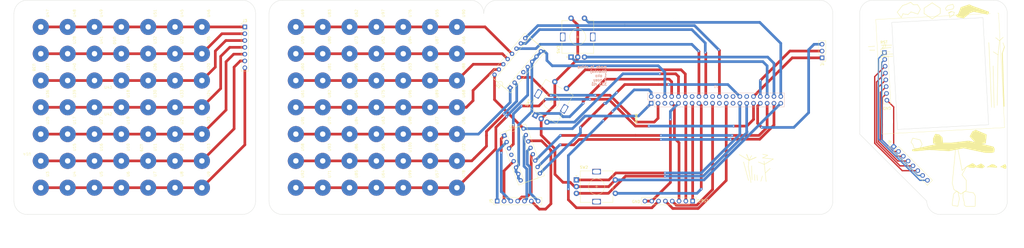
<source format=kicad_pcb>
(kicad_pcb (version 20221018) (generator pcbnew)
  (layers (0 "F.Cu" signal) (31 "B.Cu" signal) (34 "B.Paste" user) (35 "F.Paste" user) (36 "B.SilkS" user "B.Silkscreen") (37 "F.SilkS" user "F.Silkscreen") (38 "B.Mask" user) (39 "F.Mask" user) (44 "Edge.Cuts" user))
  (net 0 "")
  (net 1 "COM1")
  (net 2 "NOK_VCC")
  (net 4 "COM2")
  (net 5 "PNUK_B_GP_A")
  (net 6 "GND_PNUKY_ROT")
  (net 7 "PNUK_B_GP_B")
  (net 8 "SEL0_A")
  (net 9 "KNOFL_B")
  (net 10 "SEL1_A")
  (net 11 "SEL2_A")
  (net 12 "PNUK_C_GP_A")
  (net 14 "PNUK_C_GP_B")
  (net 15 "NOK_DIN")
  (net 17 "NOK_CE")
  (net 18 "NOK_CLK")
  (net 21 "SEL0_B")
  (net 22 "KNOFL_A")
  (net 23 "SEL1_B")
  (net 25 "SEL2_B")
  (net 26 "PWM_1_OUT")
  (net 27 "PWM_2_OUT")
  (net 28 "KNOFL_C")
  (net 29 "NOK_RST")
  (net 30 "NOK_DC")
  (net 31 "PNUK_A_GP_A")
  (net 32 "PNUK_A_GP_B")
  (net 33 "Net-(J3-Pin_1)")
  (net 34 "Net-(J3-Pin_2)")
  (net 35 "Net-(J3-Pin_3)")
  (net 36 "Net-(J3-Pin_4)")
  (net 37 "Net-(J3-Pin_5)")
  (net 38 "Net-(J3-Pin_6)")
  (net 39 "Net-(J3-Pin_7)")
  (net 40 "Net-(J5-Pin_1)")
  (net 41 "Net-(J5-Pin_2)")
  (net 42 "Net-(J5-Pin_3)")
  (net 43 "Net-(J5-Pin_4)")
  (net 44 "Net-(J5-Pin_5)")
  (net 45 "Net-(J5-Pin_6)")
  (net 46 "Net-(J5-Pin_7)")
  (net 47 "m4")
  (net 48 "m6")
  (net 50 "m5")
  (net 51 "m3")
  (net 52 "m0")
  (net 53 "m1")
  (net 54 "m2")
  (net 56 "Net-(U1-VCC)")
  (net 57 "Net-(U1-GND)")
  (net 59 "NOK_BL")
  (net 62 "Net-(J4-Pin_2)")
  (net 64 "Net-(J6-Pin_8)")
  (net 65 "Net-(J6-Pin_1)")
  (net 66 "Net-(J6-Pin_3)")
  (net 67 "Net-(J6-Pin_4)")
  (net 68 "Net-(J6-Pin_5)")
  (net 69 "Net-(J6-Pin_6)")
  (net 70 "Net-(J6-Pin_7)")
  (net 71 "Net-(J6-Pin_2)")
  (footprint "ass149:1x1_matrix_pin" (layer "F.Cu") (at 67.54 50 90)
    (fp_text reference "U26")
    (fp_text value "~")
  )
  (footprint "ass149:1x1_matrix_pin" (layer "F.Cu") (at 162.54 40 90)
    (fp_text reference "U94")
    (fp_text value "~")
  )
  (footprint "ass149:1x1_matrix_pin" (layer "F.Cu") (at 182.54 70 90)
    (fp_text reference "U56")
    (fp_text value "~")
  )
  (footprint "ass149:1x1_matrix_pin" (layer "F.Cu") (at 37.54 70 90)
    (fp_text reference "U17")
    (fp_text value "~")
  )
  (footprint "MountingHole:MountingHole_2.7mm_M2.5" (layer "F.Cu") (at 280 95)
    (fp_text reference "REF**" hide)
    (fp_text value "MountingHole_2.7mm_M2.5")
  )
  (footprint "MountingHole:MountingHole_2.7mm_M2.5" (layer "F.Cu") (at 185 95)
    (fp_text reference "REF**" hide)
    (fp_text value "MountingHole_2.7mm_M2.5")
  )
  (footprint "ass149:1x1_matrix_pin" (layer "F.Cu") (at 57.54 40 90)
    (fp_text reference "U44")
    (fp_text value "~")
  )
  (footprint "ass149:1x1_matrix_pin" (layer "F.Cu") (at 182.54 30 90)
    (fp_text reference "U90")
    (fp_text value "~")
  )
  (footprint "ass149:1x1_matrix_pin" (layer "F.Cu") (at 77.54 40 90)
    (fp_text reference "U22")
    (fp_text value "~")
  )
  (footprint "ass149:1x1_matrix_pin" (layer "F.Cu") (at 47.54 40 90)
    (fp_text reference "U41")
    (fp_text value "~")
  )
  (footprint "MountingHole:MountingHole_2.7mm_M2.5" (layer "F.Cu") (at 381.201313 63.160314 -177)
    (fp_text reference "REF**" hide)
    (fp_text value "MountingHole_2.7mm_M2.5")
  )
  (footprint "ass149:1x1_matrix_pin" (layer "F.Cu") (at 47.54 70 90)
    (fp_text reference "U27")
    (fp_text value "~")
  )
  (footprint "ass149:1x1_matrix_pin" (layer "F.Cu") (at 162.54 30 90)
    (fp_text reference "U76")
    (fp_text value "~")
  )
  (footprint "ass149:1x1_matrix_pin" (layer "F.Cu") (at 67.54 40 90)
    (fp_text reference "U32")
    (fp_text value "~")
  )
  (footprint "MountingHole:MountingHole_2.7mm_M2.5" (layer "F.Cu") (at 20 25)
    (fp_text reference "REF**" hide)
    (fp_text value "MountingHole_2.7mm_M2.5")
  )
  (footprint "MountingHole:MountingHole_2.7mm_M2.5" (layer "F.Cu") (at 185 25)
    (fp_text reference "REF**" hide)
    (fp_text value "MountingHole_2.7mm_M2.5")
  )
  (footprint "ass149:1x1_matrix_pin" (layer "F.Cu") (at 122.54 80 90)
    (fp_text reference "U58")
    (fp_text value "~")
  )
  (footprint "ass149:1x1_matrix_pin" (layer "F.Cu") (at 37.54 40 90)
    (fp_text reference "U28")
    (fp_text value "~")
  )
  (footprint "ass149:1x1_matrix_pin" (layer "F.Cu") (at 142.54 40 90)
    (fp_text reference "U73")
    (fp_text value "~")
  )
  (footprint "ass149:1x1_matrix_pin" (layer "F.Cu") (at 132.54 90 90)
    (fp_text reference "U71")
    (fp_text value "~")
  )
  (footprint "Connector_PinHeader_2.54mm:PinHeader_1x08_P2.54mm_Vertical" (layer "F.Cu") (at 267.8 95 -90)
    (fp_text reference "J2")
    (fp_text value "Conn_01x08_Pin_nokia")
  )
  (footprint "Rotary_Encoder:RotaryEncoder_Alps_EC11E-Switch_Vertical_H20mm" (layer "F.Cu") (at 222.5 41.25 90)
    (fp_text reference "SW3")
    (fp_text value "RotaryEncoder_Switch")
  )
  (footprint "Module:Raspberry_Pi_Zero_Socketed_THT_FaceDown_MountingHoles" (layer "F.Cu") (at 300.62 58.5 -90)
    (fp_text reference "J1")
    (fp_text value "Raspberry_Pi_2_3")
  )
  (footprint "MountingHole:MountingHole_2.7mm_M2.5" (layer "F.Cu") (at 300 95)
    (fp_text reference "REF**" hide)
    (fp_text value "MountingHole_2.7mm_M2.5")
  )
  (footprint "ass149:1x1_matrix_pin" (layer "F.Cu") (at 87.54 30 90)
    (fp_text reference "U46")
    (fp_text value "~")
  )
  (footprint "ass149:1x1_matrix_pin" (layer "F.Cu") (at 172.54 40 90)
    (fp_text reference "U87")
    (fp_text value "~")
  )
  (footprint "ass149:1x1_matrix_pin" (layer "F.Cu") (at 67.54 30 90)
    (fp_text reference "U51")
    (fp_text value "~")
  )
  (footprint "ass149:1x1_matrix_pin" (layer "F.Cu") (at 132.54 40 90)
    (fp_text reference "U80")
    (fp_text value "~")
  )
  (footprint "ass149:1x1_matrix_pin" (layer "F.Cu") (at 87.54 70 90)
    (fp_text reference "U23")
    (fp_text value "~")
  )
  (footprint "ass149:1x1_matrix_pin" (layer "F.Cu") (at 142.54 70 90)
    (fp_text reference "U84")
    (fp_text value "~")
  )
  (footprint "MountingHole:MountingHole_2.7mm_M2.5" (layer "F.Cu") (at 338.793369 31.636572 3)
    (fp_text reference "REF**" hide)
    (fp_text value "MountingHole_2.7mm_M2.5")
  )
  (footprint "ass149:1x1_matrix_pin" (layer "F.Cu") (at 47.54 30 90)
    (fp_text reference "U49")
    (fp_text value "~")
  )
  (footprint "ass149:1x1_matrix_pin" (layer "F.Cu") (at 162.54 60 90)
    (fp_text reference "U96")
    (fp_text value "~")
  )
  (footprint "ass149:1x1_matrix_pin" (layer "F.Cu") (at 25 77.46 180)
    (fp_text reference "U14")
    (fp_text value "~")
  )
  (footprint "MountingHole:MountingHole_2.7mm_M2.5" (layer "F.Cu") (at 115 95)
    (fp_text reference "REF**" hide)
    (fp_text value "MountingHole_2.7mm_M2.5")
  )
  (footprint "Connector_PinHeader_2.54mm:PinHeader_1x03_P2.54mm_Vertical" (layer "F.Cu") (at 316 41.54 180)
    (fp_text reference "J4")
    (fp_text value "Conn_01x03_Pin")
  )
  (footprint "MountingHole:MountingHole_2.7mm_M2.5" (layer "F.Cu") (at 115 25)
    (fp_text reference "REF**" hide)
    (fp_text value "MountingHole_2.7mm_M2.5")
  )
  (footprint "ass149:1x1_matrix_pin" (layer "F.Cu") (at 122.54 30 90)
    (fp_text reference "U69")
    (fp_text value "~")
  )
  (footprint "ass149:1x1_matrix_pin" (layer "F.Cu") (at 132.54 30 90)
    (fp_text reference "U83")
    (fp_text value "~")
  )
  (footprint "ass149:1x1_matrix_pin" (layer "F.Cu") (at 152.54 30 90)
    (fp_text reference "U97")
    (fp_text value "~")
  )
  (footprint "ass149:1x1_matrix_pin" (layer "F.Cu") (at 87.54 60 90)
    (fp_text reference "U24")
    (fp_text value "~")
  )
  (footprint "Connector_PinHeader_2.54mm:PinHeader_1x07_P2.54mm_Vertical" (layer "F.Cu") (at 195 95 90)
    (fp_text reference "J5")
    (fp_text value "Conn_01x07_Pin")
  )
  (footprint "ass149:1x1_matrix_pin" (layer "F.Cu") (at 77.54 30 90)
    (fp_text reference "U45")
    (fp_text value "~")
  )
  (footprint "ass149:1x1_matrix_pin" (layer "F.Cu") (at 182.54 60 90)
    (fp_text reference "U68")
    (fp_text value "~")
  )
  (footprint "ass149:1x1_matrix_pin" (layer "F.Cu") (at 152.54 90 90)
    (fp_text reference "U64")
    (fp_text value "~")
  )
  (footprint "MountingHole:MountingHole_2.7mm_M2.5" (layer "F.Cu") (at 90 25)
    (fp_text reference "REF**" hide)
    (fp_text value "MountingHole_2.7mm_M2.5")
  )
  (footprint "ass149:1x1_matrix_pin" (layer "F.Cu") (at 67.54 90 90)
    (fp_text reference "U7")
    (fp_text value "~")
  )
  (footprint "MountingHole:MountingHole_2.7mm_M2.5" (layer "F.Cu") (at 90 95)
    (fp_text reference "REF**" hide)
    (fp_text value "MountingHole_2.7mm_M2.5")
  )
  (footprint "ass149:1x1_matrix_pin" (layer "F.Cu") (at 122.54 40 90)
    (fp_text reference "U59")
    (fp_text value "~")
  )
  (footprint "ass149:1x1_matrix_pin" (layer "F.Cu") (at 27.54 50 90)
    (fp_text reference "U37")
    (fp_text value "~")
  )
  (footprint "ass149:1x1_matrix_pin" (layer "F.Cu") (at 87.54 90 90)
    (fp_text reference "U9")
    (fp_text value "~")
  )
  (footprint "PCM_kikit:Board" (layer "F.Cu") (at 129.625 100 180)
    (fp_text reference "B2")
    (fp_text value "Board")
  )
  (footprint "ass149:1x1_matrix_pin" (layer "F.Cu") (at 45 62.54)
    (fp_text reference "U42")
    (fp_text value "~")
  )
  (footprint "ass149:1x1_matrix_pin" (layer "F.Cu") (at 142.54 60 90)
    (fp_text reference "U54")
    (fp_text value "~")
  )
  (footprint "ass149:1x1_matrix_pin" (layer "F.Cu") (at 77.54 50 90)
    (fp_text reference "U34")
    (fp_text value "~")
  )
  (footprint "ass149:1x1_matrix_pin" (layer "F.Cu") (at 27.54 30 90)
    (fp_text reference "U47")
    (fp_text value "~")
  )
  (footprint "ass149:1x1_matrix_pin" (layer "F.Cu") (at 172.54 90 90)
    (fp_text reference "U57")
    (fp_text value "~")
  )
  (footprint "MountingHole:MountingHole_2.7mm_M2.5" (layer "F.Cu") (at 300 25)
    (fp_text reference "REF**" hide)
    (fp_text value "MountingHole_2.7mm_M2.5")
  )
  (footprint "ass149:1x1_matrix_pin" (layer "F.Cu") (at 77.54 90 90)
    (fp_text reference "U8")
    (fp_text value "~")
  )
  (footprint "Connector_PinHeader_2.54mm:PinHeader_1x07_P2.54mm_Vertical" (layer "F.Cu") (at 101 30)
    (fp_text reference "J3")
    (fp_text value "Conn_01x07_Pin")
  )
  (footprint "ass149:1x1_matrix_pin" (layer "F.Cu") (at 67.54 60 90)
    (fp_text reference "U30")
    (fp_text value "~")
  )
  (footprint "ass149:1x1_matrix_pin" (layer "F.Cu") (at 152.54 60 90)
    (fp_text reference "U75")
    (fp_text value "~")
  )
  (footprint "ass149:1x1_matrix_pin" (layer "F.Cu") (at 37.54 80 90)
    (fp_text reference "U15")
    (fp_text value "~")
  )
  (footprint "ass149:1x1_matrix_pin" (layer "F.Cu") (at 37.54 90 90)
    (fp_text reference "U4")
    (fp_text value "~")
  )
  (footprint "ass149:1x1_matrix_pin" (layer "F.Cu") (at 87.54 80 90)
    (fp_text reference "U13")
    (fp_text value "~")
  )
  (footprint "ass149:1x1_matrix_pin" (layer "F.Cu") (at 162.54 80 90)
    (fp_text reference "U100")
    (fp_text value "~")
  )
  (footprint "ass149:1x1_matrix_pin" (layer "F.Cu") (at 152.54 80 90)
    (fp_text reference "U65")
    (fp_text value "~")
  )
  (footprint "Package_DIP:DIP-16_W7.62mm_Socket" (layer "F.Cu") (at 197.656344 70.565904 20)
    (fp_text reference "U2")
    (fp_text value "74HC4051")
  )
  (footprint "Rotary_Encoder:RotaryEncoder_Alps_EC11E-Switch_Vertical_H20mm" (layer "F.Cu") (at 209.209937 63.028684 60)
    (fp_text reference "SW1")
    (fp_text value "RotaryEncoder_Switch")
  )
  (footprint "MountingHole:MountingHole_2.7mm_M2.5" (layer "F.Cu") (at 315 25)
    (fp_text reference "REF**" hide)
    (fp_text value "MountingHole_2.7mm_M2.5")
  )
  (footprint "Rotary_Encoder:RotaryEncoder_Alps_EC11E-Switch_Vertical_H20mm" (layer "F.Cu") (at 224.5 87.1)
    (fp_text reference "SW2")
    (fp_text value "RotaryEncoder_Switch")
  )
  (footprint "ass149:1x1_matrix_pin" (layer "F.Cu") (at 47.54 80 90)
    (fp_text reference "U16")
    (fp_text value "~")
  )
  (footprint "ass149:1x1_matrix_pin" (layer "F.Cu") (at 45 52.54)
    (fp_text reference "U43")
    (fp_text value "~")
  )
  (footprint "ass149:1x1_matrix_pin" (layer "F.Cu") (at 57.54 60 90)
    (fp_text reference "U18")
    (fp_text value "~")
  )
  (footprint "ass149:1x1_matrix_pin" (layer "F.Cu") (at 62.46 70 -90)
    (fp_text reference "U29")
    (fp_text value "~")
  )
  (footprint "ass149:1x1_matrix_pin" (layer "F.Cu") (at 27.54 90 90)
    (fp_text reference "U3")
    (fp_text value "~")
  )
  (footprint "ass149:1x1_matrix_pin" (layer "F.Cu") (at 172.54 60 90)
    (fp_text reference "U89")
    (fp_text value "~")
  )
  (footprint "MountingHole:MountingHole_2.7mm_M2.5" (layer "F.Cu") (at 315 95)
    (fp_text reference "REF**" hide)
    (fp_text value "MountingHole_2.7mm_M2.5")
  )
  (footprint "ass149:1x1_matrix_pin" (layer "F.Cu") (at 57.54 70 90)
    (fp_text reference "U19")
    (fp_text value "~")
  )
  (footprint "ass149:1x1_matrix_pin" (layer "F.Cu") (at 182.54 90 90)
    (fp_text reference "U78")
    (fp_text value "~")
  )
  (footprint "MountingHole:MountingHole_2.7mm_M2.5" (layer "F.Cu") (at 315 60)
    (fp_text reference "REF**" hide)
    (fp_text value "MountingHole_2.7mm_M2.5")
  )
  (footprint "ass149:1x1_matrix_pin" (layer "F.Cu") (at 152.54 40 90)
    (fp_text reference "U52")
    (fp_text value "~")
  )
  (footprint "PCM_kikit:Board" (layer "F.Cu") (at 86.5 100 180)
    (fp_text reference "B1")
    (fp_text value "Board")
  )
  (footprint "ass149:1x1_matrix_pin" (layer "F.Cu") (at 132.54 70 90)
    (fp_text reference "U70")
    (fp_text value "~")
  )
  (footprint "Connector_PinHeader_2.54mm:PinHeader_1x08_P2.54mm_Vertical" (layer "F.Cu") (at 339.210748 39.600643 3)
    (fp_text reference "J7")
    (fp_text value "Conn_01x08_Pin_nokia_balkon_blizko")
  )
  (footprint "ass149:1x1_matrix_pin" (layer "F.Cu") (at 142.54 50 90)
    (fp_text reference "U95")
    (fp_text value "~")
  )
  (footprint "ass149:1x1_matrix_pin" (layer "F.Cu") (at 172.54 30 90)
    (fp_text reference "U55")
    (fp_text value "~")
  )
  (footprint "Connector_PinHeader_2.54mm:PinHeader_1x08_P2.54mm_Vertical" (layer "F.Cu") (at 342.665795 74.665795 45)
    (fp_text reference "J6")
    (fp_text value "Conn_01x08_Pin_nokia_balkon")
  )
  (footprint "ass149:1x1_matrix_pin" (layer "F.Cu") (at 27.54 70 90)
    (fp_text reference "U25")
    (fp_text value "~")
  )
  (footprint "ass149:1x1_matrix_pin" (layer "F.Cu") (at 182.54 50 90)
    (fp_text reference "U88")
    (fp_text value "~")
  )
  (footprint "ass149:1x1_matrix_pin" (layer "F.Cu") (at 122.54 50 90)
    (fp_text reference "U60")
    (fp_text value "~")
  )
  (footprint "MountingHole:MountingHole_2.7mm_M2.5" (layer "F.Cu") (at 380 95)
    (fp_text reference "REF**" hide)
    (fp_text value "MountingHole_2.7mm_M2.5")
  )
  (footprint "ass149:1x1_matrix_pin" (layer "F.Cu") (at 27.54 60 90)
    (fp_text reference "U36")
    (fp_text value "~")
  )
  (footprint "ass149:1x1_matrix_pin" (layer "F.Cu") (at 172.54 70 90)
    (fp_text reference "U77")
    (fp_text value "~")
  )
  (footprint "ass149:1x1_matrix_pin" (layer "F.Cu") (at 132.54 80 90)
    (fp_text reference "U93")
    (fp_text value "~")
  )
  (footprint "ass149:1x1_matrix_pin" (layer "F.Cu") (at 37.54 60 90)
    (fp_text reference "U39")
    (fp_text value "~")
  )
  (footprint "ass149:1x1_matrix_pin" (layer "F.Cu") (at 132.54 50 90)
    (fp_text reference "U81")
    (fp_text value "~")
  )
  (footprint "ass149:1x1_matrix_pin" (layer "F.Cu") (at 87.54 40 90)
    (fp_text reference "U35")
    (fp_text value "~")
  )
  (footprint "PCM_kikit:Board" (layer "F.Cu") (at 368 100 180)
    (fp_text reference "B3")
    (fp_text value "Board")
  )
  (footprint "ass149:1x1_matrix_pin" (layer "F.Cu") (at 122.54 70 90)
    (fp_text reference "U91")
    (fp_text value "~")
  )
  (footprint "ass149:1x1_matrix_pin" (layer "F.Cu") (at 87.54 50 90)
    (fp_text reference "U20")
    (fp_text value "~")
  )
  (footprint "ass149:1x1_matrix_pin" (layer "F.Cu") (at 122.54 90 90)
    (fp_text reference "U92")
    (fp_text value "~")
  )
  (footprint "ass149:1x1_matrix_pin" (layer "F.Cu") (at 37.54 30 90)
    (fp_text reference "U48")
    (fp_text value "~")
  )
  (footprint "ass149:1x1_matrix_pin" (layer "F.Cu") (at 142.54 90 90)
    (fp_text reference "U85")
    (fp_text value "~")
  )
  (footprint "ass149:1x1_matrix_pin" (layer "F.Cu") (at 47.54 90 90)
    (fp_text reference "U5")
    (fp_text value "~")
  )
  (footprint "ass149:1x1_matrix_pin" (layer "F.Cu") (at 162.54 70 90)
    (fp_text reference "U98")
    (fp_text value "~")
  )
  (footprint "ass149:1x1_matrix_pin" (layer "F.Cu") (at 22.46 40 -90)
    (fp_text reference "U38")
    (fp_text value "~")
  )
  (footprint "ass149:1x1_matrix_pin" (layer "F.Cu") (at 182.54 40 90)
    (fp_text reference "U66")
    (fp_text value "~")
  )
  (footprint "MountingHole:MountingHole_2.7mm_M2.5" (layer "F.Cu") (at 260 25)
    (fp_text reference "REF**" hide)
    (fp_text value "MountingHole_2.7mm_M2.5")
  )
  (footprint "ass149:1x1_matrix_pin" (layer "F.Cu") (at 142.54 30 90)
    (fp_text reference "U62")
    (fp_text value "~")
  )
  (footprint "Package_DIP:DIP-16_W7.62mm_Socket" (layer "F.Cu") (at 199.836597 52.728764 140)
    (fp_text reference "U1")
    (fp_text value "74HC4051")
  )
  (footprint "ass149:1x1_matrix_pin" (layer "F.Cu") (at 122.54 60 90)
    (fp_text reference "U61")
    (fp_text value "~")
  )
  (footprint "ass149:1x1_matrix_pin" (layer "F.Cu") (at 37.54 50 90)
    (fp_text reference "U40")
    (fp_text value "~")
  )
  (footprint "ass149:1x1_matrix_pin" (layer "F.Cu") (at 77.54 70 90)
    (fp_text reference "U21")
    (fp_text value "~")
  )
  (footprint "ass149:1x1_matrix_pin" (layer "F.Cu") (at 152.54 50 90)
    (fp_text reference "U74")
    (fp_text value "~")
  )
  (footprint "MountingHole:MountingHole_2.7mm_M2.5" (layer "F.Cu") (at 340 25)
    (fp_text reference "REF**" hide)
    (fp_text value "MountingHole_2.7mm_M2.5")
  )
  (footprint "MountingHole:MountingHole_2.7mm_M2.5" (layer "F.Cu") (at 20 95)
    (fp_text reference "REF**" hide)
    (fp_text value "MountingHole_2.7mm_M2.5")
  )
  (footprint "ass149:1x1_matrix_pin" (layer "F.Cu") (at 57.54 90 90)
    (fp_text reference "U6")
    (fp_text value "~")
  )
  (footprint "ass149:1x1_matrix_pin" (layer "F.Cu") (at 77.54 60 90)
    (fp_text reference "U33")
    (fp_text value "~")
  )
  (footprint "ass149:1x1_matrix_pin" (layer "F.Cu") (at 142.54 80 90)
    (fp_text reference "U86")
    (fp_text value "~")
  )
  (footprint "ass149:1x1_matrix_pin" (layer "F.Cu") (at 172.54 50 90)
    (fp_text reference "U67")
    (fp_text value "~")
  )
  (footprint "ass149:1x1_matrix_pin" (layer "F.Cu") (at 172.54 80 90)
    (fp_text reference "U79")
    (fp_text value "~")
  )
  (footprint "ass149:1x1_matrix_pin" (layer "F.Cu") (at 57.54 80 90)
    (fp_text reference "U10")
    (fp_text value "~")
  )
  (footprint "ass149:1x1_matrix_pin" (layer "F.Cu") (at 152.54 70 90)
    (fp_text reference "U63")
    (fp_text value "~")
  )
  (footprint "ass149:1x1_matrix_pin" (layer "F.Cu") (at 132.54 60 90)
    (fp_text reference "U82")
    (fp_text value "~")
  )
  (footprint "ass149:1x1_matrix_pin" (layer "F.Cu") (at 182.54 80 90)
    (fp_text reference "U72")
    (fp_text value "~")
  )
  (footprint "ass149:1x1_matrix_pin" (layer "F.Cu") (at 162.54 90 90)
    (fp_text reference "U99")
    (fp_text value "~")
  )
  (footprint "MountingHole:MountingHole_2.7mm_M2.5" (layer "F.Cu") (at 380 25)
    (fp_text reference "REF**" hide)
    (fp_text value "MountingHole_2.7mm_M2.5")
  )
  (footprint "ass149:1x1_matrix_pin" (layer "F.Cu") (at 57.54 50 90)
    (fp_text reference "U31")
    (fp_text value "~")
  )
  (footprint "ass149:1x1_matrix_pin" (layer "F.Cu") (at 162.54 50 90)
    (fp_text reference "U53")
    (fp_text value "~")
  )
  (footprint "MountingHole:MountingHole_2.7mm_M2.5" (layer "F.Cu") (at 360 95)
    (fp_text reference "REF**" hide)
    (fp_text value "MountingHole_2.7mm_M2.5")
  )
  (footprint "ass149:1x1_matrix_pin" (layer "F.Cu") (at 52.46 30 -90)
    (fp_text reference "U50")
    (fp_text value "~")
  )
  (footprint "ass149:1x1_matrix_pin" (layer "F.Cu") (at 67.54 80 90)
    (fp_text reference "U11")
    (fp_text value "~")
  )
  (footprint "ass149:1x1_matrix_pin" (layer "F.Cu") (at 77.54 80 90)
    (fp_text reference "U12")
    (fp_text value "~")
  )
  (footprint "MountingHole:MountingHole_2.7mm_M2.5" (layer "B.Cu") (at 340.55709 65.290388 3)
    (fp_text reference "REF**" hide)
    (fp_text value "MountingHole_2.7mm_M2.5")
  )
  (footprint "MountingHole:MountingHole_2.7mm_M2.5" (layer "B.Cu") (at 379.437591 29.506499 -177)
    (fp_text reference "REF**" hide)
    (fp_text value "MountingHole_2.7mm_M2.5")
  )
  (gr_line (start 364.78 23.27) (end 362.26 23.83) (stroke (width 0.15)) (layer "F.SilkS"))
  (gr_line (start 344 24.5) (end 346 22) (stroke (width 0.15)) (layer "F.SilkS"))
  (gr_poly (pts (xy 336.008735 27.226265) (xy 381.745968 24.829278) (xy 383.985946 67.570622) (xy 338.248714 69.967609)) (stroke (width 0.1)) (fill none) (layer "F.SilkS"))
  (gr_line (start 294.495 81.315) (end 297.845 79.305) (stroke (width 0.15)) (layer "F.SilkS"))
  (gr_line (start 383.77 59.61) (end 383.13 39.84) (stroke (width 0.35)) (layer "F.SilkS"))
  (gr_line (start 294.83 84.52) (end 296.68 82.79) (stroke (width 0.15)) (layer "F.SilkS"))
  (gr_line (start 346.1 25.1) (end 345.5 26.5) (stroke (width 0.15)) (layer "F.SilkS"))
  (gr_line (start 291.425 78.635) (end 288.795 79.805) (stroke (width 0.15)) (layer "F.SilkS"))
  (gr_line (start 338.13 41.14) (end 342.37 40.94) (stroke (width 0.15)) (layer "F.SilkS"))
  (gr_line (start 381.54 40.39) (end 382.09 35.13) (stroke (width 0.15)) (layer "F.SilkS"))
  (gr_line (start 364.94 25.51) (end 363.55 26.46) (stroke (width 0.15)) (layer "F.SilkS"))
  (gr_line (start 362.82 22.05) (end 364.72 21.54) (stroke (width 0.15)) (layer "F.SilkS"))
  (gr_line (start 382.09 35.13) (end 383.45 33.85) (stroke (width 0.15)) (layer "F.SilkS"))
  (gr_line (start 352.6 23.4) (end 351.7 25.2) (stroke (width 0.15)) (layer "F.SilkS"))
  (gr_line (start 288.515 82.095) (end 288.795 79.805) (stroke (width 0.15)) (layer "F.SilkS"))
  (gr_poly (pts (xy 372.76 72.81) (xy 371.04 70.89) (xy 372.03 69.06) (xy 373.22 68.46) (xy 377.25 70.2) (xy 376.92 73.41) (xy 374.2 73.73)) (stroke (width 0.15)) (fill solid) (layer "F.SilkS"))
  (gr_line (start 383.13 39.84) (end 383.93 37.44) (stroke (width 0.25)) (layer "F.SilkS"))
  (gr_line (start 362.26 23.83) (end 362 23) (stroke (width 0.15)) (layer "F.SilkS"))
  (gr_line (start 365.28 24.56) (end 364.94 25.51) (stroke (width 0.15)) (layer "F.SilkS"))
  (gr_line (start 365.11 22.49) (end 364.78 23.27) (stroke (width 0.15)) (layer "F.SilkS"))
  (gr_line (start 354 25) (end 354 23) (stroke (width 0.15)) (layer "F.SilkS"))
  (gr_line (start 294.495 81.315) (end 292.26 80.42) (stroke (width 0.15)) (layer "F.SilkS"))
  (gr_poly (pts (xy 377.52 82.31) (xy 379.13 81.34) (xy 380.04 81.41) (xy 381.08 82.11) (xy 381.12 82.42) (xy 380.59 82.42) (xy 378.78 82.31) (xy 377.53 82.3) (xy 377.52 82.28) (xy 377.54 82.31) (xy 377.5 82.3)) (stroke (width 0.15)) (fill solid) (layer "F.SilkS"))
  (gr_line (start 348 25.4) (end 346.1 25.1) (stroke (width 0.15)) (layer "F.SilkS"))
  (gr_line (start 338.04 39.31) (end 341.31 39.31) (stroke (width 0.15)) (layer "F.SilkS"))
  (gr_line (start 337.67 40.15) (end 342.41 40.1) (stroke (width 0.15)) (layer "F.SilkS"))
  (gr_line (start 349.1 24.4) (end 348 25.4) (stroke (width 0.15)) (layer "F.SilkS"))
  (gr_line (start 297.845 79.305) (end 293.825 78.905) (stroke (width 0.15)) (layer "F.SilkS"))
  (gr_line (start 360 25) (end 357 27) (stroke (width 0.15)) (layer "F.SilkS"))
  (gr_line (start 291.865 87.335) (end 291.755 85.275) (stroke (width 0.15)) (layer "F.SilkS"))
  (gr_line (start 333.22 37.38) (end 335.62 37.23) (stroke (width 0.15)) (layer "F.SilkS"))
  (gr_line (start 295.775 77.905) (end 293.875 77.515) (stroke (width 0.15)) (layer "F.SilkS"))
  (gr_line (start 363.21 24.73) (end 364.22 24.28) (stroke (width 0.3)) (layer "F.SilkS"))
  (gr_poly (pts (xy 382.5 82.22) (xy 384.17 81.27) (xy 384.56 82.01) (xy 384.49 82.84) (xy 383.75 82.78) (xy 383.37 82.42) (xy 382.48 82.21)) (stroke (width 0.15)) (fill solid) (layer "F.SilkS"))
  (gr_poly (pts (xy 366.86 24.94) (xy 367.73 22.71) (xy 370.83 21.66) (xy 371.91 22.19) (xy 378.16 24.42) (xy 377.74 25.29) (xy 372.37 24.28) (xy 371.04 24.8) (xy 368.74 26.72) (xy 366.3 26.24) (xy 365.98 25.61) (xy 366.68 25.26)) (stroke (width 0.15)) (fill solid) (layer "F.SilkS"))
  (gr_poly (pts (xy 358.82 73.73) (xy 357.39 73.41) (xy 357.39 71.67) (xy 358.19 70) (xy 359.55 70.17) (xy 360.77 71.29) (xy 360.97 73.26) (xy 358.81 73.72)) (stroke (width 0.15)) (fill solid) (layer "F.SilkS"))
  (gr_line (start 364.72 21.54) (end 365.11 22.49) (stroke (width 0.15)) (layer "F.SilkS"))
  (gr_line (start 294.495 81.315) (end 294.36 80.09) (stroke (width 0.15)) (layer "F.SilkS"))
  (gr_line (start 345.5 26.5) (end 344 24.5) (stroke (width 0.15)) (layer "F.SilkS"))
  (gr_line (start 288.795 79.805) (end 285.115 77.625) (stroke (width 0.15)) (layer "F.SilkS"))
  (gr_line (start 360 23) (end 360 25) (stroke (width 0.15)) (layer "F.SilkS"))
  (gr_line (start 287.905 77.515) (end 288.795 79.805) (stroke (width 0.15)) (layer "F.SilkS"))
  (gr_line (start 380.1 60.17) (end 379.7 44.54) (stroke (width 0.15)) (layer "F.SilkS"))
  (gr_line (start 357 27) (end 354 25) (stroke (width 0.15)) (layer "F.SilkS"))
  (gr_poly (pts (xy 366.07 91.28) (xy 364.99 92.36) (xy 364.53 95.61) (xy 364.53 96.62) (xy 366.56 96.93) (xy 367.15 94.14) (xy 366.63 91.53)) (stroke (width 0.15)) (fill none) (layer "F.SilkS"))
  (gr_poly (pts (xy 368.5 91.79) (xy 368.5 93.68) (xy 368.95 95.41) (xy 369.02 96.57) (xy 369.71 97.02) (xy 373.01 96.94) (xy 373.1 93.18) (xy 372.43 91.91) (xy 370.69 91.66) (xy 369.32 91.36)) (stroke (width 0.15)) (fill none) (layer "F.SilkS"))
  (gr_line (start 293.205 87.615) (end 293.765 85.605) (stroke (width 0.15)) (layer "F.SilkS"))
  (gr_line (start 354 23) (end 357 21) (stroke (width 0.15)) (layer "F.SilkS"))
  (gr_line (start 346 22) (end 347.5 21.5) (stroke (width 0.15)) (layer "F.SilkS"))
  (gr_line (start 382.09 35.13) (end 380.66 34.01) (stroke (width 0.15)) (layer "F.SilkS"))
  (gr_poly (pts (xy 349.64 75.77) (xy 360.97 73.26) (xy 364.27 73.26) (xy 370.63 72.53) (xy 379.84 74.77) (xy 380.18 75.49) (xy 380.18 76.05) (xy 380.06 76.67) (xy 379.17 76.94) (xy 376.88 76.94) (xy 368.68 75.21) (xy 363.26 76.27) (xy 355.89 75.83) (xy 350.64 76.33) (xy 350.66 76.35) (xy 349.73 76.28) (xy 349.56 75.93)) (stroke (width 0.15)) (fill solid) (layer "F.SilkS"))
  (gr_line (start 347.5 21.5) (end 349 20.8) (stroke (width 0.15)) (layer "F.SilkS"))
  (gr_line (start 363.55 26.46) (end 363.21 24.73) (stroke (width 0.15)) (layer "F.SilkS"))
  (gr_line (start 288.625 87.335) (end 286.735 80.365) (stroke (width 0.15)) (layer "F.SilkS"))
  (gr_line (start 364.22 24.28) (end 365.28 24.56) (stroke (width 0.15)) (layer "F.SilkS"))
  (gr_line (start 295.165 87.725) (end 294.495 81.315) (stroke (width 0.15)) (layer "F.SilkS"))
  (gr_line (start 381.54 40.39) (end 379.78 39.28) (stroke (width 0.15)) (layer "F.SilkS"))
  (gr_line (start 289.915 87.005) (end 289.745 81.815) (stroke (width 0.15)) (layer "F.SilkS"))
  (gr_line (start 349 20.8) (end 350 21.7) (stroke (width 0.15)) (layer "F.SilkS"))
  (gr_poly (pts (xy 373.09 82.13) (xy 375.18 81.05) (xy 375.99 81.54) (xy 376.54 82.09) (xy 375.71 82.69) (xy 373.93 82.48) (xy 373.02 82.2)) (stroke (width 0.15)) (fill solid) (layer "F.SilkS"))
  (gr_line (start 289.525 88.125) (end 288.515 82.095) (stroke (width 0.15)) (layer "F.SilkS"))
  (gr_poly (pts (xy 369.957621 82.009842) (xy 372.047621 80.929842) (xy 372.857621 81.419842) (xy 373.407621 81.969842) (xy 372.577621 82.569842) (xy 370.797621 82.359842) (xy 369.887621 82.079842)) (stroke (width 0.15)) (fill solid) (layer "F.SilkS"))
  (gr_line (start 383.93 37.44) (end 383.37 35.93) (stroke (width 0.15)) (layer "F.SilkS"))
  (gr_line (start 381.22 59.29) (end 381.54 40.39) (stroke (width 0.15)) (layer "F.SilkS"))
  (gr_line (start 290.975 87.335) (end 290.865 85.055) (stroke (width 0.15)) (layer "F.SilkS"))
  (gr_line (start 351.6 21.7) (end 352.6 23.4) (stroke (width 0.15)) (layer "F.SilkS"))
  (gr_line (start 288.795 79.805) (end 289.745 78.015) (stroke (width 0.15)) (layer "F.SilkS"))
  (gr_line (start 357 21) (end 360 23) (stroke (width 0.15)) (layer "F.SilkS"))
  (gr_poly (pts (xy 352.05 75.49) (xy 350.22 75.18) (xy 349.81 73.85) (xy 349.12 73.06) (xy 349.77 71.51) (xy 352.51 72.14) (xy 353.27 73.78) (xy 352.72 74.91) (xy 352.07 75.44) (xy 352.05 75.48)) (stroke (width 0.15)) (fill none) (layer "F.SilkS"))
  (gr_line (start 351.7 25.2) (end 349.1 24.4) (stroke (width 0.15)) (layer "F.SilkS"))
  (gr_line (start 350 21.7) (end 351.6 21.7) (stroke (width 0.15)) (layer "F.SilkS"))
  (gr_line (start 338.04 36.79) (end 341.95 36.79) (stroke (width 0.15)) (layer "F.SilkS"))
  (gr_line (start 362 23) (end 362.82 22.05) (stroke (width 0.15)) (layer "F.SilkS"))
  (gr_line (start 338.1 38.02) (end 341.72 37.68) (stroke (width 0.15)) (layer "F.SilkS"))
  (gr_line (start 288.795 79.805) (end 291.425 78.635) (stroke (width 0.15)) (layer "F.SilkS"))
  (gr_line (start 379.14 60.01) (end 378.11 35.85) (stroke (width 0.15)) (layer "F.SilkS"))
  (gr_line (start 333.72 38.65) (end 335.67 38.65) (stroke (width 0.15)) (layer "F.SilkS"))
  (gr_poly (pts (xy 365.71 75.68) (xy 364.49 88.3) (xy 365.11 90.67) (xy 367.7 92.36) (xy 369.73 91.01) (xy 369.73 87.29) (xy 368.1 85.14) (xy 369.85 82.1) (xy 368.15 83.56) (xy 366.52 75.17) (xy 365.89 75.38)) (stroke (width 0.15)) (fill none) (layer "F.SilkS"))
  (gr_line (start 293.825 78.905) (end 295.775 77.905) (stroke (width 0.15)) (layer "F.SilkS"))
  (gr_line (start 288.795 79.805) (end 287.905 77.515) (stroke (width 0.15)) (layer "F.SilkS"))
  (gr_line (start 320.000126 25) (end 320 70) (stroke (width 0.1)) (layer "Edge.Cuts"))
  (gr_line (start 330 25) (end 330 70) (stroke (width 0.1)) (layer "Edge.Cuts"))
  (gr_poly (pts (xy 341.973919 28.315564) (xy 375.927324 26.536141) (xy 378.020762 66.481323) (xy 344.067358 68.260745)) (stroke (width 0.1)) (fill none) (layer "Edge.Cuts"))
  (gr_line (start 355 95) (end 330 70) (stroke (width 0.1)) (layer "Edge.Cuts"))
  (gr_line (start 380 100) (end 360 100) (stroke (width 0.1)) (layer "Edge.Cuts"))
  (gr_line (start 335 20) (end 380 20) (stroke (width 0.1)) (layer "Edge.Cuts"))
  (gr_arc (start 385 95) (mid 383.535534 98.535534) (end 380 100) (stroke (width 0.1)) (layer "Edge.Cuts"))
  (gr_line (start 195 20) (end 315.035534 20) (stroke (width 0.1)) (layer "Edge.Cuts"))
  (gr_line (start 20 100) (end 100 100) (stroke (width 0.1)) (layer "Edge.Cuts"))
  (gr_line (start 115 100) (end 315 100) (stroke (width 0.1)) (layer "Edge.Cuts"))
  (gr_line (start 100 20) (end 20 20) (stroke (width 0.1)) (layer "Edge.Cuts"))
  (gr_line (start 385 25) (end 385 95) (stroke (width 0.1)) (layer "Edge.Cuts"))
  (gr_line (start 105 25) (end 105 95) (stroke (width 0.1)) (layer "Edge.Cuts"))
  (gr_line (start 15 95) (end 15 25) (stroke (width 0.1)) (layer "Edge.Cuts"))
  (gr_arc (start 15 25) (mid 16.464466 21.464466) (end 20 20) (stroke (width 0.1)) (layer "Edge.Cuts"))
  (gr_arc (start 185 20) (mid 188.535534 21.464466) (end 190 25) (stroke (width 0.1)) (layer "Edge.Cuts"))
  (gr_arc (start 110 25) (mid 111.464466 21.464466) (end 115 20) (stroke (width 0.1)) (layer "Edge.Cuts"))
  (gr_arc (start 20 100) (mid 16.464466 98.535534) (end 15 95) (stroke (width 0.1)) (layer "Edge.Cuts"))
  (gr_line (start 320 70) (end 320 95) (stroke (width 0.1)) (layer "Edge.Cuts"))
  (gr_arc (start 115 100) (mid 111.464466 98.535534) (end 110 95) (stroke (width 0.1)) (layer "Edge.Cuts"))
  (gr_arc (start 330 25) (mid 331.464466 21.464466) (end 335 20) (stroke (width 0.1)) (layer "Edge.Cuts"))
  (gr_arc (start 100 20) (mid 103.535534 21.464466) (end 105 25) (stroke (width 0.1)) (layer "Edge.Cuts"))
  (gr_arc (start 315.035534 20) (mid 318.548164 21.476962) (end 320.000126 25) (stroke (width 0.1)) (layer "Edge.Cuts"))
  (gr_arc (start 380 20) (mid 383.535534 21.464466) (end 385 25) (stroke (width 0.1)) (layer "Edge.Cuts"))
  (gr_arc (start 320 95) (mid 318.535534 98.535534) (end 315 100) (stroke (width 0.1)) (layer "Edge.Cuts"))
  (gr_arc (start 105 95) (mid 103.535534 98.535534) (end 100 100) (stroke (width 0.1)) (layer "Edge.Cuts"))
  (gr_line (start 115 20) (end 185 20) (stroke (width 0.1)) (layer "Edge.Cuts"))
  (gr_arc (start 360 100) (mid 356.464466 98.535534) (end 355 95) (stroke (width 0.1)) (layer "Edge.Cuts"))
  (gr_line (start 110 25) (end 110 95) (stroke (width 0.1)) (layer "Edge.Cuts"))
  (gr_arc (start 190 25) (mid 191.464466 21.464466) (end 195 20) (stroke (width 0.1)) (layer "Edge.Cuts"))
  (gr_text "made in china\n(thanks)\n1 oko\n2 nosy\n333 rtů" (at 236 52) (layer "B.SilkS") (effects (font (size 1 1) (thickness 0.25) bold) (justify left bottom mirror)))
  (gr_text "GND" (at 341.814502 59.666873 -177) (layer "F.SilkS") (effects (font (size 1 1)) (justify left bottom)))
  (gr_text "RST" (at 270.8 95.5) (layer "F.SilkS") (effects (font (size 1 1)) (justify left bottom)))
  (gr_text "GND" (at 245.1 95.8) (layer "F.SilkS") (effects (font (size 1 1)) (justify left bottom)))
  (gr_text "RST" (at 337.641266 36.403401 3) (layer "F.SilkS") (effects (font (size 1 1)) (justify left bottom)))
  (segment (start 237 55.5) (end 247 65.5) (width 1) (layer "F.Cu") (net 1))
  (segment (start 253.5 65.5) (end 254.9 64.1) (width 1) (layer "F.Cu") (net 1))
  (segment (start 247 65.5) (end 253.5 65.5) (width 1) (layer "F.Cu") (net 1))
  (segment (start 214.333381 55.5) (end 215 55.5) (width 1) (layer "F.Cu") (net 1))
  (segment (start 254.9 64.1) (end 254.9 58.5) (width 1) (layer "F.Cu") (net 1))
  (segment (start 231.5 55.5) (end 237 55.5) (width 1) (layer "F.Cu") (net 1))
  (segment (start 203.101958 48.837258) (end 207.670639 48.837258) (width 1) (layer "F.Cu") (net 1))
  (segment (start 207.670639 48.837258) (end 214.333381 55.5) (width 1) (layer "F.Cu") (net 1))
  (via (at 231.5 55.5) (size 0.8) (drill 0.4) (layers "F.Cu" "B.Cu") (net 1))
  (via (at 215 55.5) (size 0.8) (drill 0.4) (layers "F.Cu" "B.Cu") (net 1))
  (segment (start 215 55.5) (end 231.5 55.5) (width 1) (layer "B.Cu") (net 1))
  (segment (start 234.5 65) (end 238 61.5) (width 1) (layer "F.Cu") (net 2))
  (segment (start 255.1 95) (end 252.6 97.5) (width 1) (layer "F.Cu") (net 2))
  (segment (start 252.6 97.5) (end 224.5 97.5) (width 1) (layer "F.Cu") (net 2))
  (segment (start 224.5 97.5) (end 221.5 94.5) (width 1) (layer "F.Cu") (net 2))
  (segment (start 221.5 94.5) (end 221.5 90.5) (width 1) (layer "F.Cu") (net 2))
  (via (at 221.5 90.5) (size 0.8) (drill 0.4) (layers "F.Cu" "B.Cu") (net 2))
  (via (at 234.5 65) (size 0.8) (drill 0.4) (layers "F.Cu" "B.Cu") (net 2))
  (via (at 238 61.5) (size 0.8) (drill 0.4) (layers "F.Cu" "B.Cu") (net 2))
  (segment (start 252.36 54.36) (end 252.36 55.96) (width 1) (layer "B.Cu") (net 2))
  (segment (start 221.5 78) (end 234.5 65) (width 1) (layer "B.Cu") (net 2))
  (segment (start 251.5 53.5) (end 252.36 54.36) (width 1) (layer "B.Cu") (net 2))
  (segment (start 238 61.5) (end 246 53.5) (width 1) (layer "B.Cu") (net 2))
  (segment (start 246 53.5) (end 251.5 53.5) (width 1) (layer "B.Cu") (net 2))
  (segment (start 221.5 90.5) (end 221.5 78) (width 1) (layer "B.Cu") (net 2))
  (segment (start 229.5 57) (end 236.5 57) (width 1) (layer "F.Cu") (net 4))
  (segment (start 246.5 67) (end 251.5 67) (width 1) (layer "F.Cu") (net 4))
  (segment (start 288 67) (end 290.5 64.5) (width 1) (layer "F.Cu") (net 4))
  (segment (start 290.46 64.46) (end 290.46 58.5) (width 1) (layer "F.Cu") (net 4))
  (segment (start 283 67) (end 288 67) (width 1) (layer "F.Cu") (net 4))
  (segment (start 290.5 64.5) (end 290.46 64.46) (width 1) (layer "F.Cu") (net 4))
  (segment (start 210.5 59.5) (end 213 57) (width 1) (layer "F.Cu") (net 4))
  (segment (start 204 59.5) (end 210.5 59.5) (width 1) (layer "F.Cu") (net 4))
  (segment (start 236.5 57) (end 246.5 67) (width 1) (layer "F.Cu") (net 4))
  (segment (start 201 73.733349) (end 201 66.5) (width 1) (layer "F.Cu") (net 4))
  (segment (start 199.393806 75.339543) (end 201 73.733349) (width 1) (layer "F.Cu") (net 4))
  (via (at 201 66.5) (size 0.8) (drill 0.4) (layers "F.Cu" "B.Cu") (net 4))
  (via (at 251.5 67) (size 0.8) (drill 0.4) (layers "F.Cu" "B.Cu") (net 4))
  (via (at 229.5 57) (size 0.8) (drill 0.4) (layers "F.Cu" "B.Cu") (net 4))
  (via (at 213 57) (size 0.8) (drill 0.4) (layers "F.Cu" "B.Cu") (net 4))
  (via (at 283 67) (size 0.8) (drill 0.4) (layers "F.Cu" "B.Cu") (net 4))
  (via (at 204 59.5) (size 0.8) (drill 0.4) (layers "F.Cu" "B.Cu") (net 4))
  (segment (start 201 66.5) (end 201 62.5) (width 1) (layer "B.Cu") (net 4))
  (segment (start 201 62.5) (end 204 59.5) (width 1) (layer "B.Cu") (net 4))
  (segment (start 213 57) (end 229.5 57) (width 1) (layer "B.Cu") (net 4))
  (segment (start 251.5 67) (end 283 67) (width 1) (layer "B.Cu") (net 4))
  (segment (start 236.595836 87.1) (end 239.195836 84.5) (width 1) (layer "F.Cu") (net 5))
  (segment (start 239.195836 84.5) (end 257.5 84.5) (width 1) (layer "F.Cu") (net 5))
  (segment (start 224.5 87.1) (end 236.595836 87.1) (width 1) (layer "F.Cu") (net 5))
  (via (at 257.5 84.5) (size 0.8) (drill 0.4) (layers "F.Cu" "B.Cu") (net 5))
  (segment (start 257.5 84.5) (end 271 84.5) (width 1) (layer "B.Cu") (net 5))
  (segment (start 285.38 70.12) (end 285.38 58.5) (width 1) (layer "B.Cu") (net 5))
  (segment (start 271 84.5) (end 285.38 70.12) (width 1) (layer "B.Cu") (net 5))
  (segment (start 211.375001 64.278684) (end 216.459937 59.193748) (width 1) (layer "F.Cu") (net 6))
  (segment (start 216.5 85) (end 216.5 75.5) (width 1) (layer "F.Cu") (net 6))
  (segment (start 225 29.25) (end 222.5 26.75) (width 1) (layer "F.Cu") (net 6))
  (segment (start 239 87.1) (end 236.5 89.6) (width 1) (layer "F.Cu") (net 6))
  (segment (start 216.459937 59.193748) (end 216.459937 50.471316) (width 1) (layer "F.Cu") (net 6))
  (segment (start 224.5 89.6) (end 223.8 89.6) (width 1) (layer "F.Cu") (net 6))
  (segment (start 219.5 88) (end 216.5 85) (width 1) (layer "F.Cu") (net 6))
  (segment (start 222.2 88) (end 219.5 88) (width 1) (layer "F.Cu") (net 6))
  (segment (start 223.8 89.6) (end 222.2 88) (width 1) (layer "F.Cu") (net 6))
  (segment (start 225 41.25) (end 225 29.25) (width 1) (layer "F.Cu") (net 6))
  (segment (start 225 41.931253) (end 225 41.25) (width 1) (layer "F.Cu") (net 6))
  (segment (start 211.375001 70.375001) (end 211.375001 64.278684) (width 1) (layer "F.Cu") (net 6))
  (segment (start 216.459937 50.471316) (end 225 41.931253) (width 1) (layer "F.Cu") (net 6))
  (segment (start 236.5 89.6) (end 224.5 89.6) (width 1) (layer "F.Cu") (net 6))
  (segment (start 216.5 75.5) (end 211.375001 70.375001) (width 1) (layer "F.Cu") (net 6))
  (segment (start 272.02 87.1) (end 300.62 58.5) (width 1) (layer "B.Cu") (net 6))
  (segment (start 239 87.1) (end 272.02 87.1) (width 1) (layer "B.Cu") (net 6))
  (segment (start 236.404164 92.1) (end 242.804164 85.7) (width 1) (layer "F.Cu") (net 7))
  (segment (start 242.804164 85.7) (end 257.5 85.7) (width 1) (layer "F.Cu") (net 7))
  (segment (start 224.5 92.1) (end 236.404164 92.1) (width 1) (layer "F.Cu") (net 7))
  (via (at 257.5 85.7) (size 0.8) (drill 0.4) (layers "F.Cu" "B.Cu") (net 7))
  (segment (start 288 69.422944) (end 288 69) (width 1) (layer "B.Cu") (net 7))
  (segment (start 287.92 68.92) (end 287.92 58.5) (width 1) (layer "B.Cu") (net 7))
  (segment (start 288 69) (end 287.92 68.92) (width 1) (layer "B.Cu") (net 7))
  (segment (start 257.5 85.7) (end 271.722944 85.7) (width 1) (layer "B.Cu") (net 7))
  (segment (start 271.722944 85.7) (end 288 69.422944) (width 1) (layer "B.Cu") (net 7))
  (segment (start 270 39) (end 270.14 39.14) (width 1) (layer "F.Cu") (net 8))
  (segment (start 270.14 39.14) (end 270.14 55.96) (width 1) (layer "F.Cu") (net 8))
  (via (at 270 39) (size 0.8) (drill 0.4) (layers "F.Cu" "B.Cu") (net 8))
  (segment (start 202.162741 38.101958) (end 209.398042 38.101958) (width 1) (layer "B.Cu") (net 8))
  (segment (start 267.5 36.5) (end 270 39) (width 1) (layer "B.Cu") (net 8))
  (segment (start 211 36.5) (end 267.5 36.5) (width 1) (layer "B.Cu") (net 8))
  (segment (start 209.398042 38.101958) (end 211 36.5) (width 1) (layer "B.Cu") (net 8))
  (segment (start 271 59.36) (end 270.14 58.5) (width 1) (layer "F.Cu") (net 9))
  (segment (start 271 90.5) (end 271 59.36) (width 1) (layer "F.Cu") (net 9))
  (via (at 271 90.5) (size 0.8) (drill 0.4) (layers "F.Cu" "B.Cu") (net 9))
  (segment (start 239 92.1) (end 269.4 92.1) (width 1) (layer "B.Cu") (net 9))
  (segment (start 269.4 92.1) (end 271 90.5) (width 1) (layer "B.Cu") (net 9))
  (segment (start 272.68 39.68) (end 272.68 55.96) (width 1) (layer "F.Cu") (net 10))
  (segment (start 272.5 39.5) (end 272.68 39.68) (width 1) (layer "F.Cu") (net 10))
  (via (at 272.5 39.5) (size 0.8) (drill 0.4) (layers "F.Cu" "B.Cu") (net 10))
  (segment (start 205.60367 36.156205) (end 210.759875 31) (width 1) (layer "B.Cu") (net 10))
  (segment (start 203.795422 36.156205) (end 205.60367 36.156205) (width 1) (layer "B.Cu") (net 10))
  (segment (start 269 32.5) (end 272.5 36) (width 1) (layer "B.Cu") (net 10))
  (segment (start 267.5 31) (end 269 32.5) (width 1) (layer "B.Cu") (net 10))
  (segment (start 272.5 36) (end 272.5 39.5) (width 1) (layer "B.Cu") (net 10))
  (segment (start 210.759875 31) (end 211 31) (width 1) (layer "B.Cu") (net 10))
  (segment (start 211 31) (end 267.5 31) (width 1) (layer "B.Cu") (net 10))
  (segment (start 277.5 38.5) (end 277.76 38.76) (width 1) (layer "F.Cu") (net 11))
  (segment (start 277.76 38.76) (end 277.76 55.96) (width 1) (layer "F.Cu") (net 11))
  (via (at 277.5 38.5) (size 0.8) (drill 0.4) (layers "F.Cu" "B.Cu") (net 11))
  (segment (start 268.5 29.5) (end 277.5 38.5) (width 1) (layer "B.Cu") (net 11))
  (segment (start 205.428102 34.210452) (end 210.138554 29.5) (width 1) (layer "B.Cu") (net 11))
  (segment (start 242.5 29.5) (end 268.5 29.5) (width 1) (layer "B.Cu") (net 11))
  (segment (start 210.138554 29.5) (end 242.5 29.5) (width 1) (layer "B.Cu") (net 11))
  (segment (start 295.54 44.54) (end 295.54 55.96) (width 1) (layer "B.Cu") (net 12))
  (segment (start 224.2 42.95) (end 293.95 42.95) (width 1) (layer "B.Cu") (net 12))
  (segment (start 293.95 42.95) (end 295.54 44.54) (width 1) (layer "B.Cu") (net 12))
  (segment (start 222.5 41.25) (end 224.2 42.95) (width 1) (layer "B.Cu") (net 12))
  (segment (start 227.5 41.25) (end 295.75 41.25) (width 1) (layer "B.Cu") (net 14))
  (segment (start 298.08 43.58) (end 298.08 55.96) (width 1) (layer "B.Cu") (net 14))
  (segment (start 295.75 41.25) (end 298.08 43.58) (width 1) (layer "B.Cu") (net 14))
  (segment (start 269.35 96.55) (end 275.22 90.68) (width 1) (layer "F.Cu") (net 15))
  (segment (start 260.18 95) (end 261.73 96.55) (width 1) (layer "F.Cu") (net 15))
  (segment (start 275.22 90.68) (end 275.22 58.5) (width 1) (layer "F.Cu") (net 15))
  (segment (start 261.73 96.55) (end 269.35 96.55) (width 1) (layer "F.Cu") (net 15))
  (segment (start 265.26 95) (end 265.26 58.7) (width 1) (layer "F.Cu") (net 17))
  (segment (start 265.26 58.7) (end 265.06 58.5) (width 1) (layer "F.Cu") (net 17))
  (segment (start 257.64 95) (end 260.39 97.75) (width 1) (layer "F.Cu") (net 18))
  (segment (start 260.39 97.75) (end 269.847056 97.75) (width 1) (layer "F.Cu") (net 18))
  (segment (start 280.3 87.297056) (end 280.3 58.5) (width 1) (layer "F.Cu") (net 18))
  (segment (start 269.847056 97.75) (end 280.3 87.297056) (width 1) (layer "F.Cu") (net 18))
  (segment (start 218.5 70.5) (end 246.5 70.5) (width 1) (layer "F.Cu") (net 21))
  (segment (start 295.54 67.46) (end 295.54 58.5) (width 1) (layer "F.Cu") (net 21))
  (segment (start 246.5 70.5) (end 256 70.5) (width 1) (layer "F.Cu") (net 21))
  (segment (start 282.5 70.5) (end 292.5 70.5) (width 1) (layer "F.Cu") (net 21))
  (segment (start 292.5 70.5) (end 295.54 67.46) (width 1) (layer "F.Cu") (net 21))
  (via (at 218.5 70.5) (size 0.8) (drill 0.4) (layers "F.Cu" "B.Cu") (net 21))
  (via (at 256 70.5) (size 0.8) (drill 0.4) (layers "F.Cu" "B.Cu") (net 21))
  (via (at 282.5 70.5) (size 0.8) (drill 0.4) (layers "F.Cu" "B.Cu") (net 21))
  (segment (start 209.160458 79.893807) (end 218.5 70.554265) (width 1) (layer "B.Cu") (net 21))
  (segment (start 218.5 70.554265) (end 218.5 70.5) (width 1) (layer "B.Cu") (net 21))
  (segment (start 256 70.5) (end 282.5 70.5) (width 1) (layer "B.Cu") (net 21))
  (segment (start 265.06 47.56) (end 265.06 55.96) (width 1) (layer "F.Cu") (net 22))
  (segment (start 263.5 46) (end 265.06 47.56) (width 1) (layer "F.Cu") (net 22))
  (segment (start 220.790064 52.971316) (end 227.76138 46) (width 1) (layer "F.Cu") (net 22))
  (segment (start 227.76138 46) (end 263.5 46) (width 1) (layer "F.Cu") (net 22))
  (segment (start 223.5 74) (end 225.5 72) (width 1) (layer "F.Cu") (net 23))
  (segment (start 292.795584 71.901472) (end 298.08 66.617056) (width 1) (layer "F.Cu") (net 23))
  (segment (start 218.5 74) (end 223.5 74) (width 1) (layer "F.Cu") (net 23))
  (segment (start 298.08 66.617056) (end 298.08 58.5) (width 1) (layer "F.Cu") (net 23))
  (segment (start 225.5 72) (end 256 72) (width 1) (layer "F.Cu") (net 23))
  (segment (start 281.901472 71.901472) (end 292.795584 71.901472) (width 1) (layer "F.Cu") (net 23))
  (via (at 218.5 74) (size 0.8) (drill 0.4) (layers "F.Cu" "B.Cu") (net 23))
  (via (at 281.901472 71.901472) (size 0.8) (drill 0.4) (layers "F.Cu" "B.Cu") (net 23))
  (via (at 256 72) (size 0.8) (drill 0.4) (layers "F.Cu" "B.Cu") (net 23))
  (segment (start 210.029189 82.280626) (end 218.309815 74) (width 1) (layer "B.Cu") (net 23))
  (segment (start 218.309815 74) (end 218.5 74) (width 1) (layer "B.Cu") (net 23))
  (segment (start 281.802944 72) (end 281.901472 71.901472) (width 1) (layer "B.Cu") (net 23))
  (segment (start 256 72) (end 281.802944 72) (width 1) (layer "B.Cu") (net 23))
  (segment (start 242.5 51.5) (end 255 51.5) (width 1) (layer "F.Cu") (net 25))
  (segment (start 255 51.5) (end 258.78 51.5) (width 1) (layer "F.Cu") (net 25))
  (segment (start 239.5 54.5) (end 242.5 51.5) (width 1) (layer "F.Cu") (net 25))
  (segment (start 226 67.5) (end 235 58.5) (width 1) (layer "F.Cu") (net 25))
  (via (at 226 67.5) (size 0.8) (drill 0.4) (layers "F.Cu" "B.Cu") (net 25))
  (via (at 258.78 51.5) (size 0.8) (drill 0.4) (layers "F.Cu" "B.Cu") (net 25))
  (via (at 235 58.5) (size 0.8) (drill 0.4) (layers "F.Cu" "B.Cu") (net 25))
  (via (at 239.5 54.5) (size 0.8) (drill 0.4) (layers "F.Cu" "B.Cu") (net 25))
  (segment (start 235.5 58.5) (end 239.5 54.5) (width 1) (layer "B.Cu") (net 25))
  (segment (start 210.89792 84.667445) (end 226 69.565365) (width 1) (layer "B.Cu") (net 25))
  (segment (start 258.78 51.5) (end 280.92 51.5) (width 1) (layer "B.Cu") (net 25))
  (segment (start 235 58.5) (end 235.5 58.5) (width 1) (layer "B.Cu") (net 25))
  (segment (start 226 69.565365) (end 226 67.5) (width 1) (layer "B.Cu") (net 25))
  (segment (start 280.92 51.5) (end 285.38 55.96) (width 1) (layer "B.Cu") (net 25))
  (segment (start 304.88 41.54) (end 290.46 55.96) (width 1) (layer "F.Cu") (net 26))
  (segment (start 316 41.54) (end 304.88 41.54) (width 1) (layer "F.Cu") (net 26))
  (segment (start 292 66) (end 292 59.5) (width 1) (layer "F.Cu") (net 27))
  (segment (start 293.5 67.5) (end 292 66) (width 1) (layer "F.Cu") (net 27))
  (segment (start 292 59.5) (end 293 58.5) (width 1) (layer "F.Cu") (net 27))
  (via (at 293.5 67.5) (size 0.8) (drill 0.4) (layers "F.Cu" "B.Cu") (net 27))
  (segment (start 313.04 36.46) (end 313 36.5) (width 1) (layer "B.Cu") (net 27))
  (segment (start 316 36.46) (end 313.04 36.46) (width 1) (layer "B.Cu") (net 27))
  (segment (start 311 38.5) (end 311 41) (width 1) (layer "B.Cu") (net 27))
  (segment (start 311 62) (end 305.5 67.5) (width 1) (layer "B.Cu") (net 27))
  (segment (start 305.5 67.5) (end 293.5 67.5) (width 1) (layer "B.Cu") (net 27))
  (segment (start 311 41) (end 311 62) (width 1) (layer "B.Cu") (net 27))
  (segment (start 313 36.5) (end 311 38.5) (width 1) (layer "B.Cu") (net 27))
  (segment (start 229.05 28.3) (end 292.8 28.3) (width 1) (layer "B.Cu") (net 28))
  (segment (start 292.8 28.3) (end 300.62 36.12) (width 1) (layer "B.Cu") (net 28))
  (segment (start 227.5 26.75) (end 229.05 28.3) (width 1) (layer "B.Cu") (net 28))
  (segment (start 300.62 36.12) (end 300.62 55.96) (width 1) (layer "B.Cu") (net 28))
  (segment (start 267.8 95) (end 267.8 58.7) (width 1) (layer "F.Cu") (net 29))
  (segment (start 267.8 58.7) (end 267.6 58.5) (width 1) (layer "F.Cu") (net 29))
  (segment (start 261 71.5) (end 261 59.52) (width 1) (layer "F.Cu") (net 30))
  (segment (start 262.72 95) (end 262.72 73.22) (width 1) (layer "F.Cu") (net 30))
  (segment (start 262.72 73.22) (end 261 71.5) (width 1) (layer "F.Cu") (net 30))
  (segment (start 261 59.52) (end 259.98 58.5) (width 1) (layer "F.Cu") (net 30))
  (segment (start 227 57.802944) (end 235.302944 49.5) (width 1) (layer "F.Cu") (net 31))
  (segment (start 235.302944 49.5) (end 259 49.5) (width 1) (layer "F.Cu") (net 31))
  (segment (start 227 58.5) (end 227 57.802944) (width 1) (layer "F.Cu") (net 31))
  (segment (start 259 49.5) (end 259.98 50.48) (width 1) (layer "F.Cu") (net 31))
  (segment (start 259.98 50.48) (end 259.98 55.96) (width 1) (layer "F.Cu") (net 31))
  (via (at 227 58.5) (size 0.8) (drill 0.4) (layers "F.Cu" "B.Cu") (net 31))
  (segment (start 219.5 63.5) (end 222 63.5) (width 1) (layer "B.Cu") (net 31))
  (segment (start 222 63.5) (end 227 58.5) (width 1) (layer "B.Cu") (net 31))
  (segment (start 218.296633 62.296633) (end 219.5 63.5) (width 1) (layer "B.Cu") (net 31))
  (segment (start 209.941988 62.296633) (end 218.296633 62.296633) (width 1) (layer "B.Cu") (net 31))
  (segment (start 209.209937 63.028684) (end 209.941988 62.296633) (width 1) (layer "B.Cu") (net 31))
  (segment (start 255.5 47.5) (end 261.5 47.5) (width 1) (layer "F.Cu") (net 32))
  (segment (start 261.5 47.5) (end 262.52 48.52) (width 1) (layer "F.Cu") (net 32))
  (segment (start 262.52 48.52) (end 262.52 55.96) (width 1) (layer "F.Cu") (net 32))
  (via (at 255.5 47.5) (size 0.8) (drill 0.4) (layers "F.Cu" "B.Cu") (net 32))
  (segment (start 241.802944 47.5) (end 255.5 47.5) (width 1) (layer "B.Cu") (net 32))
  (segment (start 213.540064 65.528684) (end 223.77426 65.528684) (width 1) (layer "B.Cu") (net 32))
  (segment (start 223.77426 65.528684) (end 241.802944 47.5) (width 1) (layer "B.Cu") (net 32))
  (segment (start 25 30) (end 101 30) (width 1) (layer "F.Cu") (net 33))
  (segment (start 92.46 32.54) (end 101 32.54) (width 1) (layer "F.Cu") (net 34))
  (segment (start 25 40) (end 85 40) (width 1) (layer "F.Cu") (net 34))
  (segment (start 85 40) (end 92.46 32.54) (width 1) (layer "F.Cu") (net 34))
  (segment (start 90 45) (end 90 39) (width 1) (layer "F.Cu") (net 35))
  (segment (start 85 50) (end 90 45) (width 1) (layer "F.Cu") (net 35))
  (segment (start 25 50) (end 85 50) (width 1) (layer "F.Cu") (net 35))
  (segment (start 93.92 35.08) (end 101 35.08) (width 1) (layer "F.Cu") (net 35))
  (segment (start 90 39) (end 93.92 35.08) (width 1) (layer "F.Cu") (net 35))
  (segment (start 92 53) (end 92 41) (width 1) (layer "F.Cu") (net 36))
  (segment (start 25 60) (end 85 60) (width 1) (layer "F.Cu") (net 36))
  (segment (start 92 41) (end 95.38 37.62) (width 1) (layer "F.Cu") (net 36))
  (segment (start 95.38 37.62) (end 101 37.62) (width 1) (layer "F.Cu") (net 36))
  (segment (start 85 60) (end 92 53) (width 1) (layer "F.Cu") (net 36))
  (segment (start 94 61) (end 94 43) (width 1) (layer "F.Cu") (net 37))
  (segment (start 85 70) (end 94 61) (width 1) (layer "F.Cu") (net 37))
  (segment (start 96.84 40.16) (end 101 40.16) (width 1) (layer "F.Cu") (net 37))
  (segment (start 25 70) (end 85 70) (width 1) (layer "F.Cu") (net 37))
  (segment (start 94 43) (end 96.84 40.16) (width 1) (layer "F.Cu") (net 37))
  (segment (start 97 45) (end 99.3 42.7) (width 1) (layer "F.Cu") (net 38))
  (segment (start 97 68) (end 97 45) (width 1) (layer "F.Cu") (net 38))
  (segment (start 25 80) (end 85 80) (width 1) (layer "F.Cu") (net 38))
  (segment (start 99.3 42.7) (end 101 42.7) (width 1) (layer "F.Cu") (net 38))
  (segment (start 85 80) (end 97 68) (width 1) (layer "F.Cu") (net 38))
  (segment (start 25 90) (end 85 90) (width 1) (layer "F.Cu") (net 39))
  (segment (start 101 74) (end 101 45.24) (width 1) (layer "F.Cu") (net 39))
  (segment (start 85 90) (end 101 74) (width 1) (layer "F.Cu") (net 39))
  (segment (start 195 95) (end 195 76.477798) (width 1) (layer "B.Cu") (net 40))
  (segment (start 195 76.477798) (end 198.525075 72.952723) (width 1) (layer "B.Cu") (net 40))
  (segment (start 197.54 95) (end 197.54 83.70445) (width 1) (layer "F.Cu") (net 41))
  (segment (start 197.54 83.70445) (end 201.131269 80.113181) (width 1) (layer "F.Cu") (net 41))
  (segment (start 196.5 71.722248) (end 197.656344 70.565904) (width 1) (layer "F.Cu") (net 42))
  (segment (start 196.5 77) (end 196.5 71.722248) (width 1) (layer "F.Cu") (net 42))
  (via (at 196.5 77) (size 0.8) (drill 0.4) (layers "F.Cu" "B.Cu") (net 42))
  (segment (start 196.5 91.5) (end 196.5 77) (width 1) (layer "B.Cu") (net 42))
  (segment (start 196.58 91.5) (end 196.5 91.5) (width 1) (layer "B.Cu") (net 42))
  (segment (start 200.08 95) (end 196.58 91.5) (width 1) (layer "B.Cu") (net 42))
  (segment (start 202.62 95) (end 202.686686 95) (width 1) (layer "F.Cu") (net 43))
  (segment (start 205.95 93.45) (end 206 93.5) (width 1) (layer "F.Cu") (net 43))
  (segment (start 204.17 93.45) (end 205.95 93.45) (width 1) (layer "F.Cu") (net 43))
  (segment (start 207.660458 78.138256) (end 208.291726 77.506988) (width 1) (layer "F.Cu") (net 43))
  (segment (start 206 93.5) (end 207.660458 91.839542) (width 1) (layer "F.Cu") (net 43))
  (segment (start 207.660458 91.839542) (end 207.660458 78.138256) (width 1) (layer "F.Cu") (net 43))
  (segment (start 202.62 95) (end 204.17 93.45) (width 1) (layer "F.Cu") (net 43))
  (segment (start 206.01 94.15) (end 206.01 83.01) (width 1) (layer "B.Cu") (net 44))
  (segment (start 205 71.032063) (end 205.685533 70.34653) (width 1) (layer "B.Cu") (net 44))
  (segment (start 206.01 83.01) (end 205 82) (width 1) (layer "B.Cu") (net 44))
  (segment (start 205.16 95) (end 206.01 94.15) (width 1) (layer "B.Cu") (net 44))
  (segment (start 205 82) (end 205 71.032063) (width 1) (layer "B.Cu") (net 44))
  (segment (start 206.554264 72.733349) (end 206.787613 72.5) (width 1) (layer "F.Cu") (net 45))
  (segment (start 215 96) (end 213 98) (width 1) (layer "F.Cu") (net 45))
  (segment (start 206.787613 72.5) (end 211.5 72.5) (width 1) (layer "F.Cu") (net 45))
  (segment (start 215 76) (end 215 96) (width 1) (layer "F.Cu") (net 45))
  (segment (start 210.7 98) (end 207.7 95) (width 1) (layer "F.Cu") (net 45))
  (segment (start 213 98) (end 210.7 98) (width 1) (layer "F.Cu") (net 45))
  (segment (start 211.5 72.5) (end 215 76) (width 1) (layer "F.Cu") (net 45))
  (segment (start 207.422995 75.120168) (end 206.2 76.343163) (width 1) (layer "B.Cu") (net 46))
  (segment (start 206.2 81.3) (end 207.21 82.31) (width 1) (layer "B.Cu") (net 46))
  (segment (start 207.21 91.97) (end 210.24 95) (width 1) (layer "B.Cu") (net 46))
  (segment (start 207.21 82.31) (end 207.21 91.97) (width 1) (layer "B.Cu") (net 46))
  (segment (start 206.2 76.343163) (end 206.2 81.3) (width 1) (layer "B.Cu") (net 46))
  (segment (start 120 70) (end 180 70) (width 1) (layer "F.Cu") (net 47))
  (segment (start 180 70) (end 188 70) (width 1) (layer "B.Cu") (net 47))
  (segment (start 180 70) (end 180 69.5) (width 1) (layer "B.Cu") (net 47))
  (segment (start 199.836597 58.163403) (end 199.836597 52.728764) (width 1) (layer "B.Cu") (net 47))
  (segment (start 188 70) (end 199.836597 58.163403) (width 1) (layer "B.Cu") (net 47))
  (segment (start 191 70.5) (end 191 69) (width 1) (layer "F.Cu") (net 48))
  (segment (start 120 80) (end 180 80) (width 1) (layer "F.Cu") (net 48))
  (segment (start 185.5 80) (end 186.5 79) (width 1) (layer "F.Cu") (net 48))
  (segment (start 191 74.5) (end 191 70.5) (width 1) (layer "F.Cu") (net 48))
  (segment (start 180 80) (end 185.5 80) (width 1) (layer "F.Cu") (net 48))
  (segment (start 191 69) (end 197.5 62.5) (width 1) (layer "F.Cu") (net 48))
  (segment (start 186.5 79) (end 191 74.5) (width 1) (layer "F.Cu") (net 48))
  (via (at 197.5 62.5) (size 0.8) (drill 0.4) (layers "F.Cu" "B.Cu") (net 48))
  (segment (start 197.5 62.5) (end 202.269277 57.730723) (width 1) (layer "B.Cu") (net 48))
  (segment (start 202.269277 51.58301) (end 201.469278 50.783011) (width 1) (layer "B.Cu") (net 48))
  (segment (start 202.269277 57.730723) (end 202.269277 51.58301) (width 1) (layer "B.Cu") (net 48))
  (segment (start 180 90) (end 194.5 75.5) (width 1) (layer "F.Cu") (net 50))
  (segment (start 120 90) (end 180 90) (width 1) (layer "F.Cu") (net 50))
  (segment (start 194.5 75.5) (end 194.5 67.5) (width 1) (layer "F.Cu") (net 50))
  (segment (start 194.5 67.5) (end 198.5 63.5) (width 1) (layer "F.Cu") (net 50))
  (via (at 198.5 63.5) (size 0.8) (drill 0.4) (layers "F.Cu" "B.Cu") (net 50))
  (segment (start 206.367319 55.435625) (end 206.367319 44.945752) (width 1) (layer "B.Cu") (net 50))
  (segment (start 198.5 63.5) (end 198.5 63.302944) (width 1) (layer "B.Cu") (net 50))
  (segment (start 198.5 63.302944) (end 206.367319 55.435625) (width 1) (layer "B.Cu") (net 50))
  (segment (start 190.482349 30) (end 200.53006 40.047711) (width 1) (layer "F.Cu") (net 51))
  (segment (start 120 30) (end 190.482349 30) (width 1) (layer "F.Cu") (net 51))
  (segment (start 120 40) (end 196.903916 40) (width 1) (layer "F.Cu") (net 52))
  (segment (start 196.903916 40) (end 198.89738 41.993464) (width 1) (layer "F.Cu") (net 52))
  (segment (start 186.060783 43.939217) (end 197.264699 43.939217) (width 1) (layer "F.Cu") (net 53))
  (segment (start 180 50) (end 186.060783 43.939217) (width 1) (layer "F.Cu") (net 53))
  (segment (start 120 50) (end 180 50) (width 1) (layer "F.Cu") (net 53))
  (segment (start 120 60) (end 180 60) (width 1) (layer "F.Cu") (net 54))
  (segment (start 193.823769 45.88497) (end 195.632019 45.88497) (width 1) (layer "F.Cu") (net 54))
  (segment (start 186 53.708739) (end 193.823769 45.88497) (width 1) (layer "F.Cu") (net 54))
  (segment (start 180 60) (end 183.5 60) (width 1) (layer "F.Cu") (net 54))
  (segment (start 186 57.5) (end 186 53.708739) (width 1) (layer "F.Cu") (net 54))
  (segment (start 183.5 60) (end 186 57.5) (width 1) (layer "F.Cu") (net 54))
  (segment (start 193.999338 47.830722) (end 193.999338 57.142247) (width 1) (layer "F.Cu") (net 56))
  (segment (start 193.999338 57.142247) (end 204.816802 67.959711) (width 1) (layer "F.Cu") (net 56))
  (segment (start 247.61 63.25) (end 252.36 58.5) (width 1) (layer "B.Cu") (net 56))
  (segment (start 204.816802 67.959711) (end 223.040289 67.959711) (width 1) (layer "B.Cu") (net 56))
  (segment (start 227.75 63.25) (end 247.61 63.25) (width 1) (layer "B.Cu") (net 56))
  (segment (start 223.040289 67.959711) (end 227.75 63.25) (width 1) (layer "B.Cu") (net 56))
  (segment (start 209.63268 41.36732) (end 208 43) (width 1) (layer "B.Cu") (net 57))
  (segment (start 211.265361 39.421566) (end 209.63268 41.054247) (width 1) (layer "B.Cu") (net 57))
  (segment (start 257.44 46.94) (end 255 44.5) (width 1) (layer "B.Cu") (net 57))
  (segment (start 215.5 44.5) (end 213.5 42.5) (width 1) (layer "B.Cu") (net 57))
  (segment (start 213.5 40) (end 212.608494 39.108494) (width 1) (layer "B.Cu") (net 57))
  (segment (start 202 82.5) (end 202 84.018089) (width 1) (layer "B.Cu") (net 57))
  (segment (start 212.608494 39.108494) (end 211.265361 39.108494) (width 1) (layer "B.Cu") (net 57))
  (segment (start 257.44 55.96) (end 257.44 46.94) (width 1) (layer "B.Cu") (net 57))
  (segment (start 207.909233 43.090767) (end 208 43) (width 1) (layer "B.Cu") (net 57))
  (segment (start 202 84.018089) (end 202.868731 84.88682) (width 1) (layer "B.Cu") (net 57))
  (segment (start 209.63268 41.054247) (end 209.63268 41.36732) (width 1) (layer "B.Cu") (net 57))
  (segment (start 207.909233 61.607388) (end 207.909233 43.090767) (width 1) (layer "B.Cu") (net 57))
  (segment (start 202.868731 86.404908) (end 203.737462 87.273639) (width 1) (layer "B.Cu") (net 57))
  (segment (start 213.5 42.5) (end 213.5 40) (width 1) (layer "B.Cu") (net 57))
  (segment (start 202 82.5) (end 203 81.5) (width 1) (layer "B.Cu") (net 57))
  (segment (start 202.868731 84.88682) (end 202.868731 86.404908) (width 1) (layer "B.Cu") (net 57))
  (segment (start 203 81.5) (end 203 66.516621) (width 1) (layer "B.Cu") (net 57))
  (segment (start 203 66.516621) (end 207.909233 61.607388) (width 1) (layer "B.Cu") (net 57))
  (segment (start 211.265361 39.108494) (end 211.265361 39.421566) (width 1) (layer "B.Cu") (net 57))
  (segment (start 255 44.5) (end 215.5 44.5) (width 1) (layer "B.Cu") (net 57))
  (segment (start 252.56 95) (end 259.5 88.06) (width 1) (layer "F.Cu") (net 59))
  (segment (start 259.5 88.06) (end 259.5 64.5) (width 1) (layer "F.Cu") (net 59))
  (segment (start 250.02 95) (end 252.56 95) (width 1) (layer "F.Cu") (net 59))
  (via (at 259.5 64.5) (size 0.8) (drill 0.4) (layers "F.Cu" "B.Cu") (net 59))
  (segment (start 259.5 61.52) (end 262.52 58.5) (width 1) (layer "B.Cu") (net 59))
  (segment (start 259.5 64.5) (end 259.5 61.52) (width 1) (layer "B.Cu") (net 59))
  (segment (start 316 39) (end 304 39) (width 1) (layer "F.Cu") (net 62))
  (segment (start 304 39) (end 293 50) (width 1) (layer "F.Cu") (net 62))
  (via (at 293 50) (size 0.8) (drill 0.4) (layers "F.Cu" "B.Cu") (net 62))
  (segment (start 293 50) (end 293 55.96) (width 1) (layer "B.Cu") (net 62))
  (segment (start 352.409727 87.238154) (end 337 71.828427) (width 0.5) (layer "B.Cu") (net 64))
  (segment (start 355.238154 87.238154) (end 352.409727 87.238154) (width 0.5) (layer "B.Cu") (net 64))
  (segment (start 337 41.811391) (end 339.210748 39.600643) (width 0.5) (layer "B.Cu") (net 64))
  (segment (start 337 71.828427) (end 337 41.811391) (width 0.5) (layer "B.Cu") (net 64))
  (segment (start 342.665795 59.88079) (end 340.141281 57.356276) (width 0.5) (layer "F.Cu") (net 65))
  (segment (start 342.665795 74.665795) (end 342.665795 59.88079) (width 0.5) (layer "F.Cu") (net 65))
  (segment (start 346.257897 78.257897) (end 343.42947 78.257897) (width 0.5) (layer "F.Cu") (net 66))
  (segment (start 337.7 54.458653) (end 339.875415 52.283238) (width 0.5) (layer "F.Cu") (net 66))
  (segment (start 343.42947 78.257897) (end 337.7 72.528427) (width 0.5) (layer "F.Cu") (net 66))
  (segment (start 337.7 72.528427) (end 337.7 54.458653) (width 0.5) (layer "F.Cu") (net 66))
  (segment (start 337 72.818376) (end 337 52.4892) (width 0.5) (layer "F.Cu") (net 67))
  (segment (start 348.053949 80.053949) (end 344.235573 80.053949) (width 0.5) (layer "F.Cu") (net 67))
  (segment (start 344.235573 80.053949) (end 337 72.818376) (width 0.5) (layer "F.Cu") (net 67))
  (segment (start 337 52.4892) (end 339.742481 49.746719) (width 0.5) (layer "F.Cu") (net 67))
  (segment (start 336.3 50.519748) (end 339.609548 47.2102) (width 0.5) (layer "F.Cu") (net 68))
  (segment (start 336.3 73.108325) (end 336.3 50.519748) (width 0.5) (layer "F.Cu") (net 68))
  (segment (start 349.85 81.85) (end 345.041674 81.85) (width 0.5) (layer "F.Cu") (net 68))
  (segment (start 345.041674 81.85) (end 336.3 73.108325) (width 0.5) (layer "F.Cu") (net 68))
  (segment (start 351.646051 83.646051) (end 345.847777 83.646051) (width 0.5) (layer "F.Cu") (net 69))
  (segment (start 335.6 48.550296) (end 339.476615 44.673681) (width 0.5) (layer "F.Cu") (net 69))
  (segment (start 335.6 73.398274) (end 335.6 48.550296) (width 0.5) (layer "F.Cu") (net 69))
  (segment (start 345.847777 83.646051) (end 335.6 73.398274) (width 0.5) (layer "F.Cu") (net 69))
  (segment (start 338.176615 72.015093) (end 338.176615 43.304228) (width 0.5) (layer "B.Cu") (net 70))
  (segment (start 353.442102 85.442102) (end 351.603624 85.442102) (width 0.5) (layer "B.Cu") (net 70))
  (segment (start 338.176615 43.304228) (end 339.343681 42.137162) (width 0.5) (layer "B.Cu") (net 70))
  (segment (start 351.603624 85.442102) (end 338.176615 72.015093) (width 0.5) (layer "B.Cu") (net 70))
  (segment (start 344.461846 76.461846) (end 342.623368 76.461846) (width 0.5) (layer "F.Cu") (net 71))
  (segment (start 342.623368 76.461846) (end 338.4 72.238478) (width 0.5) (layer "F.Cu") (net 71))
  (segment (start 338.4 72.238478) (end 338.4 56.428105) (width 0.5) (layer "F.Cu") (net 71))
  (segment (start 338.4 56.428105) (end 340.008348 54.819757) (width 0.5) (layer "F.Cu") (net 71))
)
</source>
